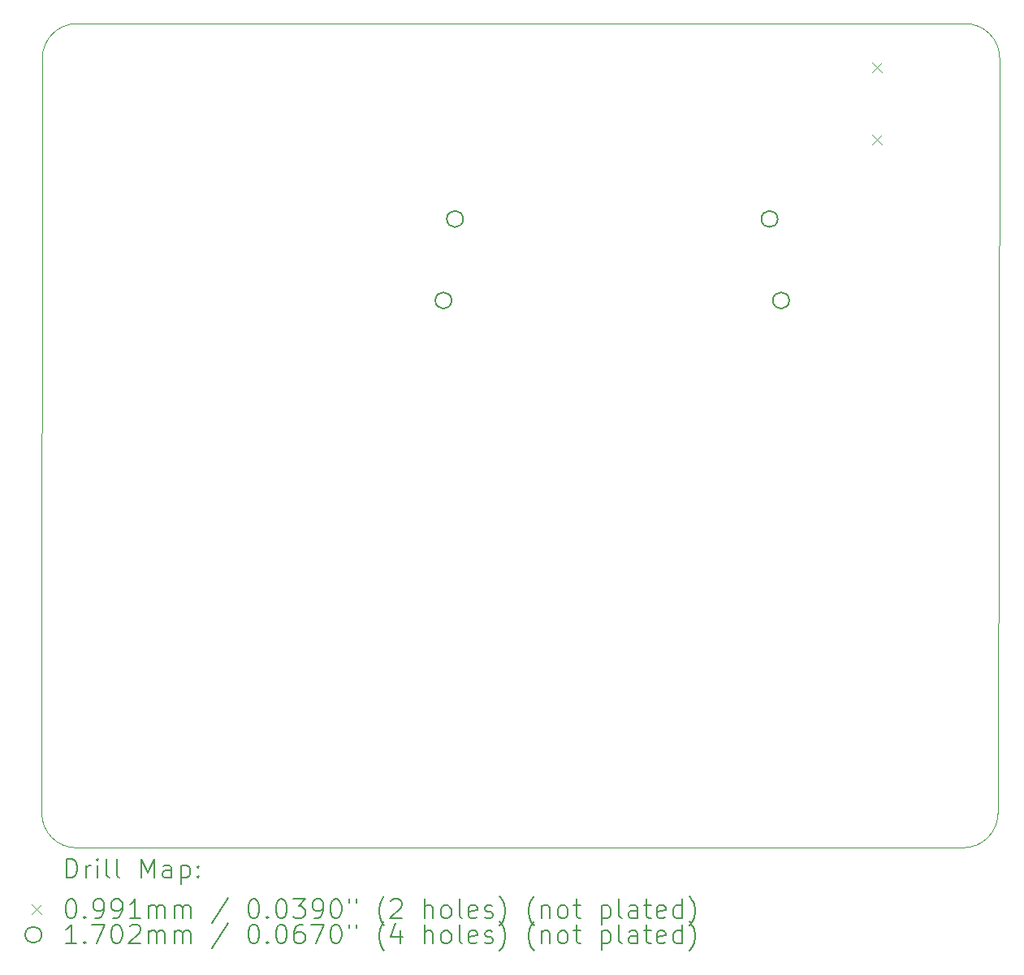
<source format=gbr>
%TF.GenerationSoftware,KiCad,Pcbnew,8.0.3*%
%TF.CreationDate,2024-08-08T10:10:11-07:00*%
%TF.ProjectId,VULED,56554c45-442e-46b6-9963-61645f706362,rev?*%
%TF.SameCoordinates,Original*%
%TF.FileFunction,Drillmap*%
%TF.FilePolarity,Positive*%
%FSLAX45Y45*%
G04 Gerber Fmt 4.5, Leading zero omitted, Abs format (unit mm)*
G04 Created by KiCad (PCBNEW 8.0.3) date 2024-08-08 10:10:11*
%MOMM*%
%LPD*%
G01*
G04 APERTURE LIST*
%ADD10C,0.050000*%
%ADD11C,0.200000*%
%ADD12C,0.100000*%
%ADD13C,0.170180*%
G04 APERTURE END LIST*
D10*
X4625000Y-13706000D02*
X4631000Y-5833000D01*
X14233000Y-14067000D02*
X4986500Y-14067500D01*
X14612381Y-5833119D02*
X14594500Y-13705500D01*
X14250881Y-5471619D02*
G75*
G02*
X14612381Y-5833119I-1J-361501D01*
G01*
X4992500Y-5471500D02*
X14250881Y-5471619D01*
X14594500Y-13705500D02*
G75*
G02*
X14233000Y-14067000I-361500J0D01*
G01*
X4631000Y-5833000D02*
G75*
G02*
X4992500Y-5471500I361500J0D01*
G01*
X4986500Y-14067500D02*
G75*
G02*
X4625000Y-13706000I0J361500D01*
G01*
D11*
D12*
X13282970Y-5879427D02*
X13382030Y-5978487D01*
X13382030Y-5879427D02*
X13282970Y-5978487D01*
X13282970Y-6629427D02*
X13382030Y-6728487D01*
X13382030Y-6629427D02*
X13282970Y-6728487D01*
D13*
X8898105Y-8358996D02*
G75*
G02*
X8727925Y-8358996I-85090J0D01*
G01*
X8727925Y-8358996D02*
G75*
G02*
X8898105Y-8358996I85090J0D01*
G01*
X9018105Y-7509004D02*
G75*
G02*
X8847925Y-7509004I-85090J0D01*
G01*
X8847925Y-7509004D02*
G75*
G02*
X9018105Y-7509004I85090J0D01*
G01*
X12298106Y-7509004D02*
G75*
G02*
X12127926Y-7509004I-85090J0D01*
G01*
X12127926Y-7509004D02*
G75*
G02*
X12298106Y-7509004I85090J0D01*
G01*
X12418106Y-8358996D02*
G75*
G02*
X12247926Y-8358996I-85090J0D01*
G01*
X12247926Y-8358996D02*
G75*
G02*
X12418106Y-8358996I85090J0D01*
G01*
D11*
X4883277Y-14381484D02*
X4883277Y-14181484D01*
X4883277Y-14181484D02*
X4930896Y-14181484D01*
X4930896Y-14181484D02*
X4959467Y-14191008D01*
X4959467Y-14191008D02*
X4978515Y-14210055D01*
X4978515Y-14210055D02*
X4988039Y-14229103D01*
X4988039Y-14229103D02*
X4997563Y-14267198D01*
X4997563Y-14267198D02*
X4997563Y-14295769D01*
X4997563Y-14295769D02*
X4988039Y-14333865D01*
X4988039Y-14333865D02*
X4978515Y-14352912D01*
X4978515Y-14352912D02*
X4959467Y-14371960D01*
X4959467Y-14371960D02*
X4930896Y-14381484D01*
X4930896Y-14381484D02*
X4883277Y-14381484D01*
X5083277Y-14381484D02*
X5083277Y-14248150D01*
X5083277Y-14286246D02*
X5092801Y-14267198D01*
X5092801Y-14267198D02*
X5102324Y-14257674D01*
X5102324Y-14257674D02*
X5121372Y-14248150D01*
X5121372Y-14248150D02*
X5140420Y-14248150D01*
X5207086Y-14381484D02*
X5207086Y-14248150D01*
X5207086Y-14181484D02*
X5197563Y-14191008D01*
X5197563Y-14191008D02*
X5207086Y-14200531D01*
X5207086Y-14200531D02*
X5216610Y-14191008D01*
X5216610Y-14191008D02*
X5207086Y-14181484D01*
X5207086Y-14181484D02*
X5207086Y-14200531D01*
X5330896Y-14381484D02*
X5311848Y-14371960D01*
X5311848Y-14371960D02*
X5302324Y-14352912D01*
X5302324Y-14352912D02*
X5302324Y-14181484D01*
X5435658Y-14381484D02*
X5416610Y-14371960D01*
X5416610Y-14371960D02*
X5407086Y-14352912D01*
X5407086Y-14352912D02*
X5407086Y-14181484D01*
X5664229Y-14381484D02*
X5664229Y-14181484D01*
X5664229Y-14181484D02*
X5730896Y-14324341D01*
X5730896Y-14324341D02*
X5797562Y-14181484D01*
X5797562Y-14181484D02*
X5797562Y-14381484D01*
X5978515Y-14381484D02*
X5978515Y-14276722D01*
X5978515Y-14276722D02*
X5968991Y-14257674D01*
X5968991Y-14257674D02*
X5949943Y-14248150D01*
X5949943Y-14248150D02*
X5911848Y-14248150D01*
X5911848Y-14248150D02*
X5892801Y-14257674D01*
X5978515Y-14371960D02*
X5959467Y-14381484D01*
X5959467Y-14381484D02*
X5911848Y-14381484D01*
X5911848Y-14381484D02*
X5892801Y-14371960D01*
X5892801Y-14371960D02*
X5883277Y-14352912D01*
X5883277Y-14352912D02*
X5883277Y-14333865D01*
X5883277Y-14333865D02*
X5892801Y-14314817D01*
X5892801Y-14314817D02*
X5911848Y-14305293D01*
X5911848Y-14305293D02*
X5959467Y-14305293D01*
X5959467Y-14305293D02*
X5978515Y-14295769D01*
X6073753Y-14248150D02*
X6073753Y-14448150D01*
X6073753Y-14257674D02*
X6092801Y-14248150D01*
X6092801Y-14248150D02*
X6130896Y-14248150D01*
X6130896Y-14248150D02*
X6149943Y-14257674D01*
X6149943Y-14257674D02*
X6159467Y-14267198D01*
X6159467Y-14267198D02*
X6168991Y-14286246D01*
X6168991Y-14286246D02*
X6168991Y-14343388D01*
X6168991Y-14343388D02*
X6159467Y-14362436D01*
X6159467Y-14362436D02*
X6149943Y-14371960D01*
X6149943Y-14371960D02*
X6130896Y-14381484D01*
X6130896Y-14381484D02*
X6092801Y-14381484D01*
X6092801Y-14381484D02*
X6073753Y-14371960D01*
X6254705Y-14362436D02*
X6264229Y-14371960D01*
X6264229Y-14371960D02*
X6254705Y-14381484D01*
X6254705Y-14381484D02*
X6245182Y-14371960D01*
X6245182Y-14371960D02*
X6254705Y-14362436D01*
X6254705Y-14362436D02*
X6254705Y-14381484D01*
X6254705Y-14257674D02*
X6264229Y-14267198D01*
X6264229Y-14267198D02*
X6254705Y-14276722D01*
X6254705Y-14276722D02*
X6245182Y-14267198D01*
X6245182Y-14267198D02*
X6254705Y-14257674D01*
X6254705Y-14257674D02*
X6254705Y-14276722D01*
D12*
X4523440Y-14660470D02*
X4622500Y-14759530D01*
X4622500Y-14660470D02*
X4523440Y-14759530D01*
D11*
X4921372Y-14601484D02*
X4940420Y-14601484D01*
X4940420Y-14601484D02*
X4959467Y-14611008D01*
X4959467Y-14611008D02*
X4968991Y-14620531D01*
X4968991Y-14620531D02*
X4978515Y-14639579D01*
X4978515Y-14639579D02*
X4988039Y-14677674D01*
X4988039Y-14677674D02*
X4988039Y-14725293D01*
X4988039Y-14725293D02*
X4978515Y-14763388D01*
X4978515Y-14763388D02*
X4968991Y-14782436D01*
X4968991Y-14782436D02*
X4959467Y-14791960D01*
X4959467Y-14791960D02*
X4940420Y-14801484D01*
X4940420Y-14801484D02*
X4921372Y-14801484D01*
X4921372Y-14801484D02*
X4902324Y-14791960D01*
X4902324Y-14791960D02*
X4892801Y-14782436D01*
X4892801Y-14782436D02*
X4883277Y-14763388D01*
X4883277Y-14763388D02*
X4873753Y-14725293D01*
X4873753Y-14725293D02*
X4873753Y-14677674D01*
X4873753Y-14677674D02*
X4883277Y-14639579D01*
X4883277Y-14639579D02*
X4892801Y-14620531D01*
X4892801Y-14620531D02*
X4902324Y-14611008D01*
X4902324Y-14611008D02*
X4921372Y-14601484D01*
X5073753Y-14782436D02*
X5083277Y-14791960D01*
X5083277Y-14791960D02*
X5073753Y-14801484D01*
X5073753Y-14801484D02*
X5064229Y-14791960D01*
X5064229Y-14791960D02*
X5073753Y-14782436D01*
X5073753Y-14782436D02*
X5073753Y-14801484D01*
X5178515Y-14801484D02*
X5216610Y-14801484D01*
X5216610Y-14801484D02*
X5235658Y-14791960D01*
X5235658Y-14791960D02*
X5245182Y-14782436D01*
X5245182Y-14782436D02*
X5264229Y-14753865D01*
X5264229Y-14753865D02*
X5273753Y-14715769D01*
X5273753Y-14715769D02*
X5273753Y-14639579D01*
X5273753Y-14639579D02*
X5264229Y-14620531D01*
X5264229Y-14620531D02*
X5254705Y-14611008D01*
X5254705Y-14611008D02*
X5235658Y-14601484D01*
X5235658Y-14601484D02*
X5197563Y-14601484D01*
X5197563Y-14601484D02*
X5178515Y-14611008D01*
X5178515Y-14611008D02*
X5168991Y-14620531D01*
X5168991Y-14620531D02*
X5159467Y-14639579D01*
X5159467Y-14639579D02*
X5159467Y-14687198D01*
X5159467Y-14687198D02*
X5168991Y-14706246D01*
X5168991Y-14706246D02*
X5178515Y-14715769D01*
X5178515Y-14715769D02*
X5197563Y-14725293D01*
X5197563Y-14725293D02*
X5235658Y-14725293D01*
X5235658Y-14725293D02*
X5254705Y-14715769D01*
X5254705Y-14715769D02*
X5264229Y-14706246D01*
X5264229Y-14706246D02*
X5273753Y-14687198D01*
X5368991Y-14801484D02*
X5407086Y-14801484D01*
X5407086Y-14801484D02*
X5426134Y-14791960D01*
X5426134Y-14791960D02*
X5435658Y-14782436D01*
X5435658Y-14782436D02*
X5454705Y-14753865D01*
X5454705Y-14753865D02*
X5464229Y-14715769D01*
X5464229Y-14715769D02*
X5464229Y-14639579D01*
X5464229Y-14639579D02*
X5454705Y-14620531D01*
X5454705Y-14620531D02*
X5445182Y-14611008D01*
X5445182Y-14611008D02*
X5426134Y-14601484D01*
X5426134Y-14601484D02*
X5388039Y-14601484D01*
X5388039Y-14601484D02*
X5368991Y-14611008D01*
X5368991Y-14611008D02*
X5359467Y-14620531D01*
X5359467Y-14620531D02*
X5349944Y-14639579D01*
X5349944Y-14639579D02*
X5349944Y-14687198D01*
X5349944Y-14687198D02*
X5359467Y-14706246D01*
X5359467Y-14706246D02*
X5368991Y-14715769D01*
X5368991Y-14715769D02*
X5388039Y-14725293D01*
X5388039Y-14725293D02*
X5426134Y-14725293D01*
X5426134Y-14725293D02*
X5445182Y-14715769D01*
X5445182Y-14715769D02*
X5454705Y-14706246D01*
X5454705Y-14706246D02*
X5464229Y-14687198D01*
X5654705Y-14801484D02*
X5540420Y-14801484D01*
X5597562Y-14801484D02*
X5597562Y-14601484D01*
X5597562Y-14601484D02*
X5578515Y-14630055D01*
X5578515Y-14630055D02*
X5559467Y-14649103D01*
X5559467Y-14649103D02*
X5540420Y-14658627D01*
X5740420Y-14801484D02*
X5740420Y-14668150D01*
X5740420Y-14687198D02*
X5749943Y-14677674D01*
X5749943Y-14677674D02*
X5768991Y-14668150D01*
X5768991Y-14668150D02*
X5797563Y-14668150D01*
X5797563Y-14668150D02*
X5816610Y-14677674D01*
X5816610Y-14677674D02*
X5826134Y-14696722D01*
X5826134Y-14696722D02*
X5826134Y-14801484D01*
X5826134Y-14696722D02*
X5835658Y-14677674D01*
X5835658Y-14677674D02*
X5854705Y-14668150D01*
X5854705Y-14668150D02*
X5883277Y-14668150D01*
X5883277Y-14668150D02*
X5902324Y-14677674D01*
X5902324Y-14677674D02*
X5911848Y-14696722D01*
X5911848Y-14696722D02*
X5911848Y-14801484D01*
X6007086Y-14801484D02*
X6007086Y-14668150D01*
X6007086Y-14687198D02*
X6016610Y-14677674D01*
X6016610Y-14677674D02*
X6035658Y-14668150D01*
X6035658Y-14668150D02*
X6064229Y-14668150D01*
X6064229Y-14668150D02*
X6083277Y-14677674D01*
X6083277Y-14677674D02*
X6092801Y-14696722D01*
X6092801Y-14696722D02*
X6092801Y-14801484D01*
X6092801Y-14696722D02*
X6102324Y-14677674D01*
X6102324Y-14677674D02*
X6121372Y-14668150D01*
X6121372Y-14668150D02*
X6149943Y-14668150D01*
X6149943Y-14668150D02*
X6168991Y-14677674D01*
X6168991Y-14677674D02*
X6178515Y-14696722D01*
X6178515Y-14696722D02*
X6178515Y-14801484D01*
X6568991Y-14591960D02*
X6397563Y-14849103D01*
X6826134Y-14601484D02*
X6845182Y-14601484D01*
X6845182Y-14601484D02*
X6864229Y-14611008D01*
X6864229Y-14611008D02*
X6873753Y-14620531D01*
X6873753Y-14620531D02*
X6883277Y-14639579D01*
X6883277Y-14639579D02*
X6892801Y-14677674D01*
X6892801Y-14677674D02*
X6892801Y-14725293D01*
X6892801Y-14725293D02*
X6883277Y-14763388D01*
X6883277Y-14763388D02*
X6873753Y-14782436D01*
X6873753Y-14782436D02*
X6864229Y-14791960D01*
X6864229Y-14791960D02*
X6845182Y-14801484D01*
X6845182Y-14801484D02*
X6826134Y-14801484D01*
X6826134Y-14801484D02*
X6807086Y-14791960D01*
X6807086Y-14791960D02*
X6797563Y-14782436D01*
X6797563Y-14782436D02*
X6788039Y-14763388D01*
X6788039Y-14763388D02*
X6778515Y-14725293D01*
X6778515Y-14725293D02*
X6778515Y-14677674D01*
X6778515Y-14677674D02*
X6788039Y-14639579D01*
X6788039Y-14639579D02*
X6797563Y-14620531D01*
X6797563Y-14620531D02*
X6807086Y-14611008D01*
X6807086Y-14611008D02*
X6826134Y-14601484D01*
X6978515Y-14782436D02*
X6988039Y-14791960D01*
X6988039Y-14791960D02*
X6978515Y-14801484D01*
X6978515Y-14801484D02*
X6968991Y-14791960D01*
X6968991Y-14791960D02*
X6978515Y-14782436D01*
X6978515Y-14782436D02*
X6978515Y-14801484D01*
X7111848Y-14601484D02*
X7130896Y-14601484D01*
X7130896Y-14601484D02*
X7149944Y-14611008D01*
X7149944Y-14611008D02*
X7159467Y-14620531D01*
X7159467Y-14620531D02*
X7168991Y-14639579D01*
X7168991Y-14639579D02*
X7178515Y-14677674D01*
X7178515Y-14677674D02*
X7178515Y-14725293D01*
X7178515Y-14725293D02*
X7168991Y-14763388D01*
X7168991Y-14763388D02*
X7159467Y-14782436D01*
X7159467Y-14782436D02*
X7149944Y-14791960D01*
X7149944Y-14791960D02*
X7130896Y-14801484D01*
X7130896Y-14801484D02*
X7111848Y-14801484D01*
X7111848Y-14801484D02*
X7092801Y-14791960D01*
X7092801Y-14791960D02*
X7083277Y-14782436D01*
X7083277Y-14782436D02*
X7073753Y-14763388D01*
X7073753Y-14763388D02*
X7064229Y-14725293D01*
X7064229Y-14725293D02*
X7064229Y-14677674D01*
X7064229Y-14677674D02*
X7073753Y-14639579D01*
X7073753Y-14639579D02*
X7083277Y-14620531D01*
X7083277Y-14620531D02*
X7092801Y-14611008D01*
X7092801Y-14611008D02*
X7111848Y-14601484D01*
X7245182Y-14601484D02*
X7368991Y-14601484D01*
X7368991Y-14601484D02*
X7302325Y-14677674D01*
X7302325Y-14677674D02*
X7330896Y-14677674D01*
X7330896Y-14677674D02*
X7349944Y-14687198D01*
X7349944Y-14687198D02*
X7359467Y-14696722D01*
X7359467Y-14696722D02*
X7368991Y-14715769D01*
X7368991Y-14715769D02*
X7368991Y-14763388D01*
X7368991Y-14763388D02*
X7359467Y-14782436D01*
X7359467Y-14782436D02*
X7349944Y-14791960D01*
X7349944Y-14791960D02*
X7330896Y-14801484D01*
X7330896Y-14801484D02*
X7273753Y-14801484D01*
X7273753Y-14801484D02*
X7254706Y-14791960D01*
X7254706Y-14791960D02*
X7245182Y-14782436D01*
X7464229Y-14801484D02*
X7502325Y-14801484D01*
X7502325Y-14801484D02*
X7521372Y-14791960D01*
X7521372Y-14791960D02*
X7530896Y-14782436D01*
X7530896Y-14782436D02*
X7549944Y-14753865D01*
X7549944Y-14753865D02*
X7559467Y-14715769D01*
X7559467Y-14715769D02*
X7559467Y-14639579D01*
X7559467Y-14639579D02*
X7549944Y-14620531D01*
X7549944Y-14620531D02*
X7540420Y-14611008D01*
X7540420Y-14611008D02*
X7521372Y-14601484D01*
X7521372Y-14601484D02*
X7483277Y-14601484D01*
X7483277Y-14601484D02*
X7464229Y-14611008D01*
X7464229Y-14611008D02*
X7454706Y-14620531D01*
X7454706Y-14620531D02*
X7445182Y-14639579D01*
X7445182Y-14639579D02*
X7445182Y-14687198D01*
X7445182Y-14687198D02*
X7454706Y-14706246D01*
X7454706Y-14706246D02*
X7464229Y-14715769D01*
X7464229Y-14715769D02*
X7483277Y-14725293D01*
X7483277Y-14725293D02*
X7521372Y-14725293D01*
X7521372Y-14725293D02*
X7540420Y-14715769D01*
X7540420Y-14715769D02*
X7549944Y-14706246D01*
X7549944Y-14706246D02*
X7559467Y-14687198D01*
X7683277Y-14601484D02*
X7702325Y-14601484D01*
X7702325Y-14601484D02*
X7721372Y-14611008D01*
X7721372Y-14611008D02*
X7730896Y-14620531D01*
X7730896Y-14620531D02*
X7740420Y-14639579D01*
X7740420Y-14639579D02*
X7749944Y-14677674D01*
X7749944Y-14677674D02*
X7749944Y-14725293D01*
X7749944Y-14725293D02*
X7740420Y-14763388D01*
X7740420Y-14763388D02*
X7730896Y-14782436D01*
X7730896Y-14782436D02*
X7721372Y-14791960D01*
X7721372Y-14791960D02*
X7702325Y-14801484D01*
X7702325Y-14801484D02*
X7683277Y-14801484D01*
X7683277Y-14801484D02*
X7664229Y-14791960D01*
X7664229Y-14791960D02*
X7654706Y-14782436D01*
X7654706Y-14782436D02*
X7645182Y-14763388D01*
X7645182Y-14763388D02*
X7635658Y-14725293D01*
X7635658Y-14725293D02*
X7635658Y-14677674D01*
X7635658Y-14677674D02*
X7645182Y-14639579D01*
X7645182Y-14639579D02*
X7654706Y-14620531D01*
X7654706Y-14620531D02*
X7664229Y-14611008D01*
X7664229Y-14611008D02*
X7683277Y-14601484D01*
X7826134Y-14601484D02*
X7826134Y-14639579D01*
X7902325Y-14601484D02*
X7902325Y-14639579D01*
X8197563Y-14877674D02*
X8188039Y-14868150D01*
X8188039Y-14868150D02*
X8168991Y-14839579D01*
X8168991Y-14839579D02*
X8159468Y-14820531D01*
X8159468Y-14820531D02*
X8149944Y-14791960D01*
X8149944Y-14791960D02*
X8140420Y-14744341D01*
X8140420Y-14744341D02*
X8140420Y-14706246D01*
X8140420Y-14706246D02*
X8149944Y-14658627D01*
X8149944Y-14658627D02*
X8159468Y-14630055D01*
X8159468Y-14630055D02*
X8168991Y-14611008D01*
X8168991Y-14611008D02*
X8188039Y-14582436D01*
X8188039Y-14582436D02*
X8197563Y-14572912D01*
X8264229Y-14620531D02*
X8273753Y-14611008D01*
X8273753Y-14611008D02*
X8292801Y-14601484D01*
X8292801Y-14601484D02*
X8340420Y-14601484D01*
X8340420Y-14601484D02*
X8359468Y-14611008D01*
X8359468Y-14611008D02*
X8368991Y-14620531D01*
X8368991Y-14620531D02*
X8378515Y-14639579D01*
X8378515Y-14639579D02*
X8378515Y-14658627D01*
X8378515Y-14658627D02*
X8368991Y-14687198D01*
X8368991Y-14687198D02*
X8254706Y-14801484D01*
X8254706Y-14801484D02*
X8378515Y-14801484D01*
X8616611Y-14801484D02*
X8616611Y-14601484D01*
X8702325Y-14801484D02*
X8702325Y-14696722D01*
X8702325Y-14696722D02*
X8692801Y-14677674D01*
X8692801Y-14677674D02*
X8673753Y-14668150D01*
X8673753Y-14668150D02*
X8645182Y-14668150D01*
X8645182Y-14668150D02*
X8626134Y-14677674D01*
X8626134Y-14677674D02*
X8616611Y-14687198D01*
X8826134Y-14801484D02*
X8807087Y-14791960D01*
X8807087Y-14791960D02*
X8797563Y-14782436D01*
X8797563Y-14782436D02*
X8788039Y-14763388D01*
X8788039Y-14763388D02*
X8788039Y-14706246D01*
X8788039Y-14706246D02*
X8797563Y-14687198D01*
X8797563Y-14687198D02*
X8807087Y-14677674D01*
X8807087Y-14677674D02*
X8826134Y-14668150D01*
X8826134Y-14668150D02*
X8854706Y-14668150D01*
X8854706Y-14668150D02*
X8873753Y-14677674D01*
X8873753Y-14677674D02*
X8883277Y-14687198D01*
X8883277Y-14687198D02*
X8892801Y-14706246D01*
X8892801Y-14706246D02*
X8892801Y-14763388D01*
X8892801Y-14763388D02*
X8883277Y-14782436D01*
X8883277Y-14782436D02*
X8873753Y-14791960D01*
X8873753Y-14791960D02*
X8854706Y-14801484D01*
X8854706Y-14801484D02*
X8826134Y-14801484D01*
X9007087Y-14801484D02*
X8988039Y-14791960D01*
X8988039Y-14791960D02*
X8978515Y-14772912D01*
X8978515Y-14772912D02*
X8978515Y-14601484D01*
X9159468Y-14791960D02*
X9140420Y-14801484D01*
X9140420Y-14801484D02*
X9102325Y-14801484D01*
X9102325Y-14801484D02*
X9083277Y-14791960D01*
X9083277Y-14791960D02*
X9073753Y-14772912D01*
X9073753Y-14772912D02*
X9073753Y-14696722D01*
X9073753Y-14696722D02*
X9083277Y-14677674D01*
X9083277Y-14677674D02*
X9102325Y-14668150D01*
X9102325Y-14668150D02*
X9140420Y-14668150D01*
X9140420Y-14668150D02*
X9159468Y-14677674D01*
X9159468Y-14677674D02*
X9168992Y-14696722D01*
X9168992Y-14696722D02*
X9168992Y-14715769D01*
X9168992Y-14715769D02*
X9073753Y-14734817D01*
X9245182Y-14791960D02*
X9264230Y-14801484D01*
X9264230Y-14801484D02*
X9302325Y-14801484D01*
X9302325Y-14801484D02*
X9321373Y-14791960D01*
X9321373Y-14791960D02*
X9330896Y-14772912D01*
X9330896Y-14772912D02*
X9330896Y-14763388D01*
X9330896Y-14763388D02*
X9321373Y-14744341D01*
X9321373Y-14744341D02*
X9302325Y-14734817D01*
X9302325Y-14734817D02*
X9273753Y-14734817D01*
X9273753Y-14734817D02*
X9254706Y-14725293D01*
X9254706Y-14725293D02*
X9245182Y-14706246D01*
X9245182Y-14706246D02*
X9245182Y-14696722D01*
X9245182Y-14696722D02*
X9254706Y-14677674D01*
X9254706Y-14677674D02*
X9273753Y-14668150D01*
X9273753Y-14668150D02*
X9302325Y-14668150D01*
X9302325Y-14668150D02*
X9321373Y-14677674D01*
X9397563Y-14877674D02*
X9407087Y-14868150D01*
X9407087Y-14868150D02*
X9426134Y-14839579D01*
X9426134Y-14839579D02*
X9435658Y-14820531D01*
X9435658Y-14820531D02*
X9445182Y-14791960D01*
X9445182Y-14791960D02*
X9454706Y-14744341D01*
X9454706Y-14744341D02*
X9454706Y-14706246D01*
X9454706Y-14706246D02*
X9445182Y-14658627D01*
X9445182Y-14658627D02*
X9435658Y-14630055D01*
X9435658Y-14630055D02*
X9426134Y-14611008D01*
X9426134Y-14611008D02*
X9407087Y-14582436D01*
X9407087Y-14582436D02*
X9397563Y-14572912D01*
X9759468Y-14877674D02*
X9749944Y-14868150D01*
X9749944Y-14868150D02*
X9730896Y-14839579D01*
X9730896Y-14839579D02*
X9721373Y-14820531D01*
X9721373Y-14820531D02*
X9711849Y-14791960D01*
X9711849Y-14791960D02*
X9702325Y-14744341D01*
X9702325Y-14744341D02*
X9702325Y-14706246D01*
X9702325Y-14706246D02*
X9711849Y-14658627D01*
X9711849Y-14658627D02*
X9721373Y-14630055D01*
X9721373Y-14630055D02*
X9730896Y-14611008D01*
X9730896Y-14611008D02*
X9749944Y-14582436D01*
X9749944Y-14582436D02*
X9759468Y-14572912D01*
X9835658Y-14668150D02*
X9835658Y-14801484D01*
X9835658Y-14687198D02*
X9845182Y-14677674D01*
X9845182Y-14677674D02*
X9864230Y-14668150D01*
X9864230Y-14668150D02*
X9892801Y-14668150D01*
X9892801Y-14668150D02*
X9911849Y-14677674D01*
X9911849Y-14677674D02*
X9921373Y-14696722D01*
X9921373Y-14696722D02*
X9921373Y-14801484D01*
X10045182Y-14801484D02*
X10026134Y-14791960D01*
X10026134Y-14791960D02*
X10016611Y-14782436D01*
X10016611Y-14782436D02*
X10007087Y-14763388D01*
X10007087Y-14763388D02*
X10007087Y-14706246D01*
X10007087Y-14706246D02*
X10016611Y-14687198D01*
X10016611Y-14687198D02*
X10026134Y-14677674D01*
X10026134Y-14677674D02*
X10045182Y-14668150D01*
X10045182Y-14668150D02*
X10073754Y-14668150D01*
X10073754Y-14668150D02*
X10092801Y-14677674D01*
X10092801Y-14677674D02*
X10102325Y-14687198D01*
X10102325Y-14687198D02*
X10111849Y-14706246D01*
X10111849Y-14706246D02*
X10111849Y-14763388D01*
X10111849Y-14763388D02*
X10102325Y-14782436D01*
X10102325Y-14782436D02*
X10092801Y-14791960D01*
X10092801Y-14791960D02*
X10073754Y-14801484D01*
X10073754Y-14801484D02*
X10045182Y-14801484D01*
X10168992Y-14668150D02*
X10245182Y-14668150D01*
X10197563Y-14601484D02*
X10197563Y-14772912D01*
X10197563Y-14772912D02*
X10207087Y-14791960D01*
X10207087Y-14791960D02*
X10226134Y-14801484D01*
X10226134Y-14801484D02*
X10245182Y-14801484D01*
X10464230Y-14668150D02*
X10464230Y-14868150D01*
X10464230Y-14677674D02*
X10483277Y-14668150D01*
X10483277Y-14668150D02*
X10521373Y-14668150D01*
X10521373Y-14668150D02*
X10540420Y-14677674D01*
X10540420Y-14677674D02*
X10549944Y-14687198D01*
X10549944Y-14687198D02*
X10559468Y-14706246D01*
X10559468Y-14706246D02*
X10559468Y-14763388D01*
X10559468Y-14763388D02*
X10549944Y-14782436D01*
X10549944Y-14782436D02*
X10540420Y-14791960D01*
X10540420Y-14791960D02*
X10521373Y-14801484D01*
X10521373Y-14801484D02*
X10483277Y-14801484D01*
X10483277Y-14801484D02*
X10464230Y-14791960D01*
X10673754Y-14801484D02*
X10654706Y-14791960D01*
X10654706Y-14791960D02*
X10645182Y-14772912D01*
X10645182Y-14772912D02*
X10645182Y-14601484D01*
X10835658Y-14801484D02*
X10835658Y-14696722D01*
X10835658Y-14696722D02*
X10826135Y-14677674D01*
X10826135Y-14677674D02*
X10807087Y-14668150D01*
X10807087Y-14668150D02*
X10768992Y-14668150D01*
X10768992Y-14668150D02*
X10749944Y-14677674D01*
X10835658Y-14791960D02*
X10816611Y-14801484D01*
X10816611Y-14801484D02*
X10768992Y-14801484D01*
X10768992Y-14801484D02*
X10749944Y-14791960D01*
X10749944Y-14791960D02*
X10740420Y-14772912D01*
X10740420Y-14772912D02*
X10740420Y-14753865D01*
X10740420Y-14753865D02*
X10749944Y-14734817D01*
X10749944Y-14734817D02*
X10768992Y-14725293D01*
X10768992Y-14725293D02*
X10816611Y-14725293D01*
X10816611Y-14725293D02*
X10835658Y-14715769D01*
X10902325Y-14668150D02*
X10978515Y-14668150D01*
X10930896Y-14601484D02*
X10930896Y-14772912D01*
X10930896Y-14772912D02*
X10940420Y-14791960D01*
X10940420Y-14791960D02*
X10959468Y-14801484D01*
X10959468Y-14801484D02*
X10978515Y-14801484D01*
X11121373Y-14791960D02*
X11102325Y-14801484D01*
X11102325Y-14801484D02*
X11064230Y-14801484D01*
X11064230Y-14801484D02*
X11045182Y-14791960D01*
X11045182Y-14791960D02*
X11035658Y-14772912D01*
X11035658Y-14772912D02*
X11035658Y-14696722D01*
X11035658Y-14696722D02*
X11045182Y-14677674D01*
X11045182Y-14677674D02*
X11064230Y-14668150D01*
X11064230Y-14668150D02*
X11102325Y-14668150D01*
X11102325Y-14668150D02*
X11121373Y-14677674D01*
X11121373Y-14677674D02*
X11130896Y-14696722D01*
X11130896Y-14696722D02*
X11130896Y-14715769D01*
X11130896Y-14715769D02*
X11035658Y-14734817D01*
X11302325Y-14801484D02*
X11302325Y-14601484D01*
X11302325Y-14791960D02*
X11283277Y-14801484D01*
X11283277Y-14801484D02*
X11245182Y-14801484D01*
X11245182Y-14801484D02*
X11226134Y-14791960D01*
X11226134Y-14791960D02*
X11216611Y-14782436D01*
X11216611Y-14782436D02*
X11207087Y-14763388D01*
X11207087Y-14763388D02*
X11207087Y-14706246D01*
X11207087Y-14706246D02*
X11216611Y-14687198D01*
X11216611Y-14687198D02*
X11226134Y-14677674D01*
X11226134Y-14677674D02*
X11245182Y-14668150D01*
X11245182Y-14668150D02*
X11283277Y-14668150D01*
X11283277Y-14668150D02*
X11302325Y-14677674D01*
X11378515Y-14877674D02*
X11388039Y-14868150D01*
X11388039Y-14868150D02*
X11407087Y-14839579D01*
X11407087Y-14839579D02*
X11416611Y-14820531D01*
X11416611Y-14820531D02*
X11426134Y-14791960D01*
X11426134Y-14791960D02*
X11435658Y-14744341D01*
X11435658Y-14744341D02*
X11435658Y-14706246D01*
X11435658Y-14706246D02*
X11426134Y-14658627D01*
X11426134Y-14658627D02*
X11416611Y-14630055D01*
X11416611Y-14630055D02*
X11407087Y-14611008D01*
X11407087Y-14611008D02*
X11388039Y-14582436D01*
X11388039Y-14582436D02*
X11378515Y-14572912D01*
D13*
X4622500Y-14974000D02*
G75*
G02*
X4452320Y-14974000I-85090J0D01*
G01*
X4452320Y-14974000D02*
G75*
G02*
X4622500Y-14974000I85090J0D01*
G01*
D11*
X4988039Y-15065484D02*
X4873753Y-15065484D01*
X4930896Y-15065484D02*
X4930896Y-14865484D01*
X4930896Y-14865484D02*
X4911848Y-14894055D01*
X4911848Y-14894055D02*
X4892801Y-14913103D01*
X4892801Y-14913103D02*
X4873753Y-14922627D01*
X5073753Y-15046436D02*
X5083277Y-15055960D01*
X5083277Y-15055960D02*
X5073753Y-15065484D01*
X5073753Y-15065484D02*
X5064229Y-15055960D01*
X5064229Y-15055960D02*
X5073753Y-15046436D01*
X5073753Y-15046436D02*
X5073753Y-15065484D01*
X5149944Y-14865484D02*
X5283277Y-14865484D01*
X5283277Y-14865484D02*
X5197563Y-15065484D01*
X5397563Y-14865484D02*
X5416610Y-14865484D01*
X5416610Y-14865484D02*
X5435658Y-14875008D01*
X5435658Y-14875008D02*
X5445182Y-14884531D01*
X5445182Y-14884531D02*
X5454705Y-14903579D01*
X5454705Y-14903579D02*
X5464229Y-14941674D01*
X5464229Y-14941674D02*
X5464229Y-14989293D01*
X5464229Y-14989293D02*
X5454705Y-15027388D01*
X5454705Y-15027388D02*
X5445182Y-15046436D01*
X5445182Y-15046436D02*
X5435658Y-15055960D01*
X5435658Y-15055960D02*
X5416610Y-15065484D01*
X5416610Y-15065484D02*
X5397563Y-15065484D01*
X5397563Y-15065484D02*
X5378515Y-15055960D01*
X5378515Y-15055960D02*
X5368991Y-15046436D01*
X5368991Y-15046436D02*
X5359467Y-15027388D01*
X5359467Y-15027388D02*
X5349944Y-14989293D01*
X5349944Y-14989293D02*
X5349944Y-14941674D01*
X5349944Y-14941674D02*
X5359467Y-14903579D01*
X5359467Y-14903579D02*
X5368991Y-14884531D01*
X5368991Y-14884531D02*
X5378515Y-14875008D01*
X5378515Y-14875008D02*
X5397563Y-14865484D01*
X5540420Y-14884531D02*
X5549944Y-14875008D01*
X5549944Y-14875008D02*
X5568991Y-14865484D01*
X5568991Y-14865484D02*
X5616610Y-14865484D01*
X5616610Y-14865484D02*
X5635658Y-14875008D01*
X5635658Y-14875008D02*
X5645182Y-14884531D01*
X5645182Y-14884531D02*
X5654705Y-14903579D01*
X5654705Y-14903579D02*
X5654705Y-14922627D01*
X5654705Y-14922627D02*
X5645182Y-14951198D01*
X5645182Y-14951198D02*
X5530896Y-15065484D01*
X5530896Y-15065484D02*
X5654705Y-15065484D01*
X5740420Y-15065484D02*
X5740420Y-14932150D01*
X5740420Y-14951198D02*
X5749943Y-14941674D01*
X5749943Y-14941674D02*
X5768991Y-14932150D01*
X5768991Y-14932150D02*
X5797563Y-14932150D01*
X5797563Y-14932150D02*
X5816610Y-14941674D01*
X5816610Y-14941674D02*
X5826134Y-14960722D01*
X5826134Y-14960722D02*
X5826134Y-15065484D01*
X5826134Y-14960722D02*
X5835658Y-14941674D01*
X5835658Y-14941674D02*
X5854705Y-14932150D01*
X5854705Y-14932150D02*
X5883277Y-14932150D01*
X5883277Y-14932150D02*
X5902324Y-14941674D01*
X5902324Y-14941674D02*
X5911848Y-14960722D01*
X5911848Y-14960722D02*
X5911848Y-15065484D01*
X6007086Y-15065484D02*
X6007086Y-14932150D01*
X6007086Y-14951198D02*
X6016610Y-14941674D01*
X6016610Y-14941674D02*
X6035658Y-14932150D01*
X6035658Y-14932150D02*
X6064229Y-14932150D01*
X6064229Y-14932150D02*
X6083277Y-14941674D01*
X6083277Y-14941674D02*
X6092801Y-14960722D01*
X6092801Y-14960722D02*
X6092801Y-15065484D01*
X6092801Y-14960722D02*
X6102324Y-14941674D01*
X6102324Y-14941674D02*
X6121372Y-14932150D01*
X6121372Y-14932150D02*
X6149943Y-14932150D01*
X6149943Y-14932150D02*
X6168991Y-14941674D01*
X6168991Y-14941674D02*
X6178515Y-14960722D01*
X6178515Y-14960722D02*
X6178515Y-15065484D01*
X6568991Y-14855960D02*
X6397563Y-15113103D01*
X6826134Y-14865484D02*
X6845182Y-14865484D01*
X6845182Y-14865484D02*
X6864229Y-14875008D01*
X6864229Y-14875008D02*
X6873753Y-14884531D01*
X6873753Y-14884531D02*
X6883277Y-14903579D01*
X6883277Y-14903579D02*
X6892801Y-14941674D01*
X6892801Y-14941674D02*
X6892801Y-14989293D01*
X6892801Y-14989293D02*
X6883277Y-15027388D01*
X6883277Y-15027388D02*
X6873753Y-15046436D01*
X6873753Y-15046436D02*
X6864229Y-15055960D01*
X6864229Y-15055960D02*
X6845182Y-15065484D01*
X6845182Y-15065484D02*
X6826134Y-15065484D01*
X6826134Y-15065484D02*
X6807086Y-15055960D01*
X6807086Y-15055960D02*
X6797563Y-15046436D01*
X6797563Y-15046436D02*
X6788039Y-15027388D01*
X6788039Y-15027388D02*
X6778515Y-14989293D01*
X6778515Y-14989293D02*
X6778515Y-14941674D01*
X6778515Y-14941674D02*
X6788039Y-14903579D01*
X6788039Y-14903579D02*
X6797563Y-14884531D01*
X6797563Y-14884531D02*
X6807086Y-14875008D01*
X6807086Y-14875008D02*
X6826134Y-14865484D01*
X6978515Y-15046436D02*
X6988039Y-15055960D01*
X6988039Y-15055960D02*
X6978515Y-15065484D01*
X6978515Y-15065484D02*
X6968991Y-15055960D01*
X6968991Y-15055960D02*
X6978515Y-15046436D01*
X6978515Y-15046436D02*
X6978515Y-15065484D01*
X7111848Y-14865484D02*
X7130896Y-14865484D01*
X7130896Y-14865484D02*
X7149944Y-14875008D01*
X7149944Y-14875008D02*
X7159467Y-14884531D01*
X7159467Y-14884531D02*
X7168991Y-14903579D01*
X7168991Y-14903579D02*
X7178515Y-14941674D01*
X7178515Y-14941674D02*
X7178515Y-14989293D01*
X7178515Y-14989293D02*
X7168991Y-15027388D01*
X7168991Y-15027388D02*
X7159467Y-15046436D01*
X7159467Y-15046436D02*
X7149944Y-15055960D01*
X7149944Y-15055960D02*
X7130896Y-15065484D01*
X7130896Y-15065484D02*
X7111848Y-15065484D01*
X7111848Y-15065484D02*
X7092801Y-15055960D01*
X7092801Y-15055960D02*
X7083277Y-15046436D01*
X7083277Y-15046436D02*
X7073753Y-15027388D01*
X7073753Y-15027388D02*
X7064229Y-14989293D01*
X7064229Y-14989293D02*
X7064229Y-14941674D01*
X7064229Y-14941674D02*
X7073753Y-14903579D01*
X7073753Y-14903579D02*
X7083277Y-14884531D01*
X7083277Y-14884531D02*
X7092801Y-14875008D01*
X7092801Y-14875008D02*
X7111848Y-14865484D01*
X7349944Y-14865484D02*
X7311848Y-14865484D01*
X7311848Y-14865484D02*
X7292801Y-14875008D01*
X7292801Y-14875008D02*
X7283277Y-14884531D01*
X7283277Y-14884531D02*
X7264229Y-14913103D01*
X7264229Y-14913103D02*
X7254706Y-14951198D01*
X7254706Y-14951198D02*
X7254706Y-15027388D01*
X7254706Y-15027388D02*
X7264229Y-15046436D01*
X7264229Y-15046436D02*
X7273753Y-15055960D01*
X7273753Y-15055960D02*
X7292801Y-15065484D01*
X7292801Y-15065484D02*
X7330896Y-15065484D01*
X7330896Y-15065484D02*
X7349944Y-15055960D01*
X7349944Y-15055960D02*
X7359467Y-15046436D01*
X7359467Y-15046436D02*
X7368991Y-15027388D01*
X7368991Y-15027388D02*
X7368991Y-14979769D01*
X7368991Y-14979769D02*
X7359467Y-14960722D01*
X7359467Y-14960722D02*
X7349944Y-14951198D01*
X7349944Y-14951198D02*
X7330896Y-14941674D01*
X7330896Y-14941674D02*
X7292801Y-14941674D01*
X7292801Y-14941674D02*
X7273753Y-14951198D01*
X7273753Y-14951198D02*
X7264229Y-14960722D01*
X7264229Y-14960722D02*
X7254706Y-14979769D01*
X7435658Y-14865484D02*
X7568991Y-14865484D01*
X7568991Y-14865484D02*
X7483277Y-15065484D01*
X7683277Y-14865484D02*
X7702325Y-14865484D01*
X7702325Y-14865484D02*
X7721372Y-14875008D01*
X7721372Y-14875008D02*
X7730896Y-14884531D01*
X7730896Y-14884531D02*
X7740420Y-14903579D01*
X7740420Y-14903579D02*
X7749944Y-14941674D01*
X7749944Y-14941674D02*
X7749944Y-14989293D01*
X7749944Y-14989293D02*
X7740420Y-15027388D01*
X7740420Y-15027388D02*
X7730896Y-15046436D01*
X7730896Y-15046436D02*
X7721372Y-15055960D01*
X7721372Y-15055960D02*
X7702325Y-15065484D01*
X7702325Y-15065484D02*
X7683277Y-15065484D01*
X7683277Y-15065484D02*
X7664229Y-15055960D01*
X7664229Y-15055960D02*
X7654706Y-15046436D01*
X7654706Y-15046436D02*
X7645182Y-15027388D01*
X7645182Y-15027388D02*
X7635658Y-14989293D01*
X7635658Y-14989293D02*
X7635658Y-14941674D01*
X7635658Y-14941674D02*
X7645182Y-14903579D01*
X7645182Y-14903579D02*
X7654706Y-14884531D01*
X7654706Y-14884531D02*
X7664229Y-14875008D01*
X7664229Y-14875008D02*
X7683277Y-14865484D01*
X7826134Y-14865484D02*
X7826134Y-14903579D01*
X7902325Y-14865484D02*
X7902325Y-14903579D01*
X8197563Y-15141674D02*
X8188039Y-15132150D01*
X8188039Y-15132150D02*
X8168991Y-15103579D01*
X8168991Y-15103579D02*
X8159468Y-15084531D01*
X8159468Y-15084531D02*
X8149944Y-15055960D01*
X8149944Y-15055960D02*
X8140420Y-15008341D01*
X8140420Y-15008341D02*
X8140420Y-14970246D01*
X8140420Y-14970246D02*
X8149944Y-14922627D01*
X8149944Y-14922627D02*
X8159468Y-14894055D01*
X8159468Y-14894055D02*
X8168991Y-14875008D01*
X8168991Y-14875008D02*
X8188039Y-14846436D01*
X8188039Y-14846436D02*
X8197563Y-14836912D01*
X8359468Y-14932150D02*
X8359468Y-15065484D01*
X8311848Y-14855960D02*
X8264229Y-14998817D01*
X8264229Y-14998817D02*
X8388039Y-14998817D01*
X8616611Y-15065484D02*
X8616611Y-14865484D01*
X8702325Y-15065484D02*
X8702325Y-14960722D01*
X8702325Y-14960722D02*
X8692801Y-14941674D01*
X8692801Y-14941674D02*
X8673753Y-14932150D01*
X8673753Y-14932150D02*
X8645182Y-14932150D01*
X8645182Y-14932150D02*
X8626134Y-14941674D01*
X8626134Y-14941674D02*
X8616611Y-14951198D01*
X8826134Y-15065484D02*
X8807087Y-15055960D01*
X8807087Y-15055960D02*
X8797563Y-15046436D01*
X8797563Y-15046436D02*
X8788039Y-15027388D01*
X8788039Y-15027388D02*
X8788039Y-14970246D01*
X8788039Y-14970246D02*
X8797563Y-14951198D01*
X8797563Y-14951198D02*
X8807087Y-14941674D01*
X8807087Y-14941674D02*
X8826134Y-14932150D01*
X8826134Y-14932150D02*
X8854706Y-14932150D01*
X8854706Y-14932150D02*
X8873753Y-14941674D01*
X8873753Y-14941674D02*
X8883277Y-14951198D01*
X8883277Y-14951198D02*
X8892801Y-14970246D01*
X8892801Y-14970246D02*
X8892801Y-15027388D01*
X8892801Y-15027388D02*
X8883277Y-15046436D01*
X8883277Y-15046436D02*
X8873753Y-15055960D01*
X8873753Y-15055960D02*
X8854706Y-15065484D01*
X8854706Y-15065484D02*
X8826134Y-15065484D01*
X9007087Y-15065484D02*
X8988039Y-15055960D01*
X8988039Y-15055960D02*
X8978515Y-15036912D01*
X8978515Y-15036912D02*
X8978515Y-14865484D01*
X9159468Y-15055960D02*
X9140420Y-15065484D01*
X9140420Y-15065484D02*
X9102325Y-15065484D01*
X9102325Y-15065484D02*
X9083277Y-15055960D01*
X9083277Y-15055960D02*
X9073753Y-15036912D01*
X9073753Y-15036912D02*
X9073753Y-14960722D01*
X9073753Y-14960722D02*
X9083277Y-14941674D01*
X9083277Y-14941674D02*
X9102325Y-14932150D01*
X9102325Y-14932150D02*
X9140420Y-14932150D01*
X9140420Y-14932150D02*
X9159468Y-14941674D01*
X9159468Y-14941674D02*
X9168992Y-14960722D01*
X9168992Y-14960722D02*
X9168992Y-14979769D01*
X9168992Y-14979769D02*
X9073753Y-14998817D01*
X9245182Y-15055960D02*
X9264230Y-15065484D01*
X9264230Y-15065484D02*
X9302325Y-15065484D01*
X9302325Y-15065484D02*
X9321373Y-15055960D01*
X9321373Y-15055960D02*
X9330896Y-15036912D01*
X9330896Y-15036912D02*
X9330896Y-15027388D01*
X9330896Y-15027388D02*
X9321373Y-15008341D01*
X9321373Y-15008341D02*
X9302325Y-14998817D01*
X9302325Y-14998817D02*
X9273753Y-14998817D01*
X9273753Y-14998817D02*
X9254706Y-14989293D01*
X9254706Y-14989293D02*
X9245182Y-14970246D01*
X9245182Y-14970246D02*
X9245182Y-14960722D01*
X9245182Y-14960722D02*
X9254706Y-14941674D01*
X9254706Y-14941674D02*
X9273753Y-14932150D01*
X9273753Y-14932150D02*
X9302325Y-14932150D01*
X9302325Y-14932150D02*
X9321373Y-14941674D01*
X9397563Y-15141674D02*
X9407087Y-15132150D01*
X9407087Y-15132150D02*
X9426134Y-15103579D01*
X9426134Y-15103579D02*
X9435658Y-15084531D01*
X9435658Y-15084531D02*
X9445182Y-15055960D01*
X9445182Y-15055960D02*
X9454706Y-15008341D01*
X9454706Y-15008341D02*
X9454706Y-14970246D01*
X9454706Y-14970246D02*
X9445182Y-14922627D01*
X9445182Y-14922627D02*
X9435658Y-14894055D01*
X9435658Y-14894055D02*
X9426134Y-14875008D01*
X9426134Y-14875008D02*
X9407087Y-14846436D01*
X9407087Y-14846436D02*
X9397563Y-14836912D01*
X9759468Y-15141674D02*
X9749944Y-15132150D01*
X9749944Y-15132150D02*
X9730896Y-15103579D01*
X9730896Y-15103579D02*
X9721373Y-15084531D01*
X9721373Y-15084531D02*
X9711849Y-15055960D01*
X9711849Y-15055960D02*
X9702325Y-15008341D01*
X9702325Y-15008341D02*
X9702325Y-14970246D01*
X9702325Y-14970246D02*
X9711849Y-14922627D01*
X9711849Y-14922627D02*
X9721373Y-14894055D01*
X9721373Y-14894055D02*
X9730896Y-14875008D01*
X9730896Y-14875008D02*
X9749944Y-14846436D01*
X9749944Y-14846436D02*
X9759468Y-14836912D01*
X9835658Y-14932150D02*
X9835658Y-15065484D01*
X9835658Y-14951198D02*
X9845182Y-14941674D01*
X9845182Y-14941674D02*
X9864230Y-14932150D01*
X9864230Y-14932150D02*
X9892801Y-14932150D01*
X9892801Y-14932150D02*
X9911849Y-14941674D01*
X9911849Y-14941674D02*
X9921373Y-14960722D01*
X9921373Y-14960722D02*
X9921373Y-15065484D01*
X10045182Y-15065484D02*
X10026134Y-15055960D01*
X10026134Y-15055960D02*
X10016611Y-15046436D01*
X10016611Y-15046436D02*
X10007087Y-15027388D01*
X10007087Y-15027388D02*
X10007087Y-14970246D01*
X10007087Y-14970246D02*
X10016611Y-14951198D01*
X10016611Y-14951198D02*
X10026134Y-14941674D01*
X10026134Y-14941674D02*
X10045182Y-14932150D01*
X10045182Y-14932150D02*
X10073754Y-14932150D01*
X10073754Y-14932150D02*
X10092801Y-14941674D01*
X10092801Y-14941674D02*
X10102325Y-14951198D01*
X10102325Y-14951198D02*
X10111849Y-14970246D01*
X10111849Y-14970246D02*
X10111849Y-15027388D01*
X10111849Y-15027388D02*
X10102325Y-15046436D01*
X10102325Y-15046436D02*
X10092801Y-15055960D01*
X10092801Y-15055960D02*
X10073754Y-15065484D01*
X10073754Y-15065484D02*
X10045182Y-15065484D01*
X10168992Y-14932150D02*
X10245182Y-14932150D01*
X10197563Y-14865484D02*
X10197563Y-15036912D01*
X10197563Y-15036912D02*
X10207087Y-15055960D01*
X10207087Y-15055960D02*
X10226134Y-15065484D01*
X10226134Y-15065484D02*
X10245182Y-15065484D01*
X10464230Y-14932150D02*
X10464230Y-15132150D01*
X10464230Y-14941674D02*
X10483277Y-14932150D01*
X10483277Y-14932150D02*
X10521373Y-14932150D01*
X10521373Y-14932150D02*
X10540420Y-14941674D01*
X10540420Y-14941674D02*
X10549944Y-14951198D01*
X10549944Y-14951198D02*
X10559468Y-14970246D01*
X10559468Y-14970246D02*
X10559468Y-15027388D01*
X10559468Y-15027388D02*
X10549944Y-15046436D01*
X10549944Y-15046436D02*
X10540420Y-15055960D01*
X10540420Y-15055960D02*
X10521373Y-15065484D01*
X10521373Y-15065484D02*
X10483277Y-15065484D01*
X10483277Y-15065484D02*
X10464230Y-15055960D01*
X10673754Y-15065484D02*
X10654706Y-15055960D01*
X10654706Y-15055960D02*
X10645182Y-15036912D01*
X10645182Y-15036912D02*
X10645182Y-14865484D01*
X10835658Y-15065484D02*
X10835658Y-14960722D01*
X10835658Y-14960722D02*
X10826135Y-14941674D01*
X10826135Y-14941674D02*
X10807087Y-14932150D01*
X10807087Y-14932150D02*
X10768992Y-14932150D01*
X10768992Y-14932150D02*
X10749944Y-14941674D01*
X10835658Y-15055960D02*
X10816611Y-15065484D01*
X10816611Y-15065484D02*
X10768992Y-15065484D01*
X10768992Y-15065484D02*
X10749944Y-15055960D01*
X10749944Y-15055960D02*
X10740420Y-15036912D01*
X10740420Y-15036912D02*
X10740420Y-15017865D01*
X10740420Y-15017865D02*
X10749944Y-14998817D01*
X10749944Y-14998817D02*
X10768992Y-14989293D01*
X10768992Y-14989293D02*
X10816611Y-14989293D01*
X10816611Y-14989293D02*
X10835658Y-14979769D01*
X10902325Y-14932150D02*
X10978515Y-14932150D01*
X10930896Y-14865484D02*
X10930896Y-15036912D01*
X10930896Y-15036912D02*
X10940420Y-15055960D01*
X10940420Y-15055960D02*
X10959468Y-15065484D01*
X10959468Y-15065484D02*
X10978515Y-15065484D01*
X11121373Y-15055960D02*
X11102325Y-15065484D01*
X11102325Y-15065484D02*
X11064230Y-15065484D01*
X11064230Y-15065484D02*
X11045182Y-15055960D01*
X11045182Y-15055960D02*
X11035658Y-15036912D01*
X11035658Y-15036912D02*
X11035658Y-14960722D01*
X11035658Y-14960722D02*
X11045182Y-14941674D01*
X11045182Y-14941674D02*
X11064230Y-14932150D01*
X11064230Y-14932150D02*
X11102325Y-14932150D01*
X11102325Y-14932150D02*
X11121373Y-14941674D01*
X11121373Y-14941674D02*
X11130896Y-14960722D01*
X11130896Y-14960722D02*
X11130896Y-14979769D01*
X11130896Y-14979769D02*
X11035658Y-14998817D01*
X11302325Y-15065484D02*
X11302325Y-14865484D01*
X11302325Y-15055960D02*
X11283277Y-15065484D01*
X11283277Y-15065484D02*
X11245182Y-15065484D01*
X11245182Y-15065484D02*
X11226134Y-15055960D01*
X11226134Y-15055960D02*
X11216611Y-15046436D01*
X11216611Y-15046436D02*
X11207087Y-15027388D01*
X11207087Y-15027388D02*
X11207087Y-14970246D01*
X11207087Y-14970246D02*
X11216611Y-14951198D01*
X11216611Y-14951198D02*
X11226134Y-14941674D01*
X11226134Y-14941674D02*
X11245182Y-14932150D01*
X11245182Y-14932150D02*
X11283277Y-14932150D01*
X11283277Y-14932150D02*
X11302325Y-14941674D01*
X11378515Y-15141674D02*
X11388039Y-15132150D01*
X11388039Y-15132150D02*
X11407087Y-15103579D01*
X11407087Y-15103579D02*
X11416611Y-15084531D01*
X11416611Y-15084531D02*
X11426134Y-15055960D01*
X11426134Y-15055960D02*
X11435658Y-15008341D01*
X11435658Y-15008341D02*
X11435658Y-14970246D01*
X11435658Y-14970246D02*
X11426134Y-14922627D01*
X11426134Y-14922627D02*
X11416611Y-14894055D01*
X11416611Y-14894055D02*
X11407087Y-14875008D01*
X11407087Y-14875008D02*
X11388039Y-14846436D01*
X11388039Y-14846436D02*
X11378515Y-14836912D01*
M02*

</source>
